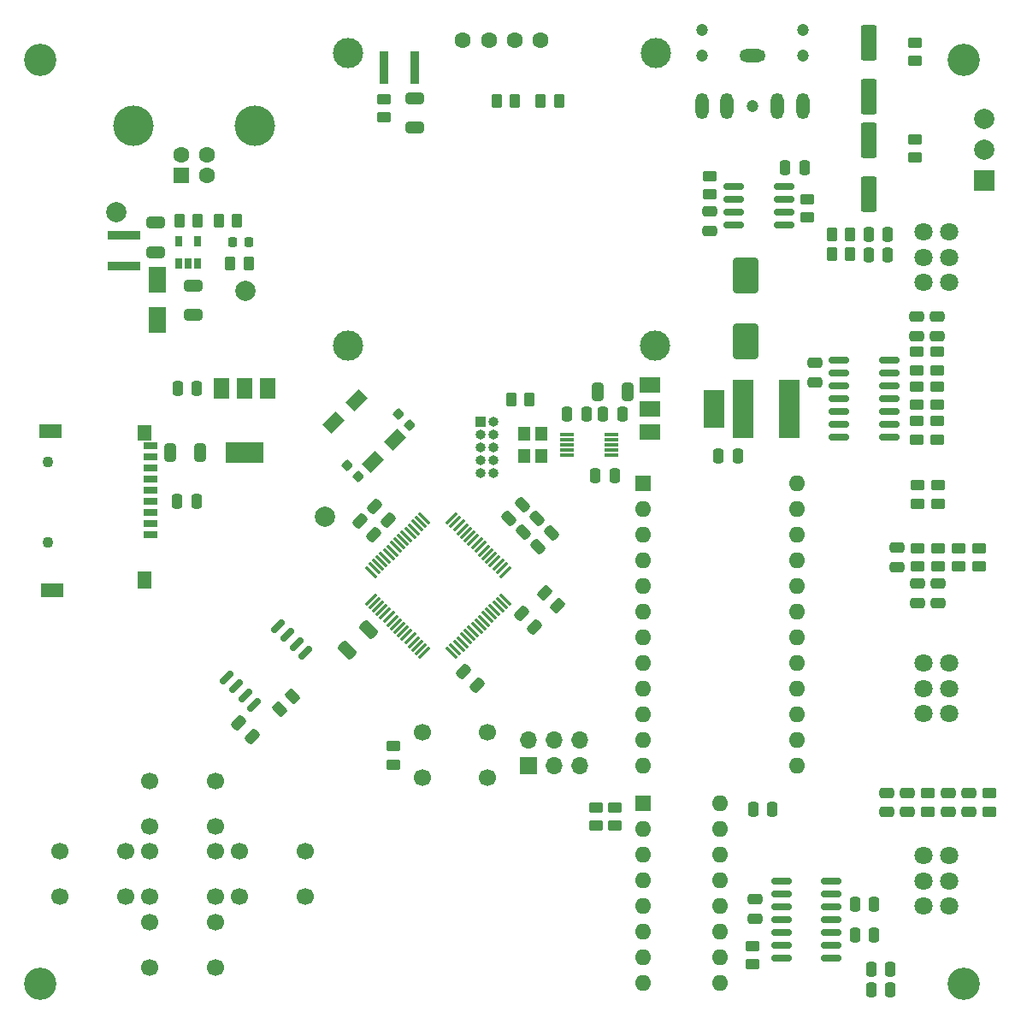
<source format=gts>
G04 #@! TF.GenerationSoftware,KiCad,Pcbnew,(6.0.1)*
G04 #@! TF.CreationDate,2022-02-24T15:47:44-08:00*
G04 #@! TF.ProjectId,MegaBlaster2,4d656761-426c-4617-9374-6572322e6b69,rev?*
G04 #@! TF.SameCoordinates,Original*
G04 #@! TF.FileFunction,Soldermask,Top*
G04 #@! TF.FilePolarity,Negative*
%FSLAX46Y46*%
G04 Gerber Fmt 4.6, Leading zero omitted, Abs format (unit mm)*
G04 Created by KiCad (PCBNEW (6.0.1)) date 2022-02-24 15:47:44*
%MOMM*%
%LPD*%
G01*
G04 APERTURE LIST*
G04 Aperture macros list*
%AMRoundRect*
0 Rectangle with rounded corners*
0 $1 Rounding radius*
0 $2 $3 $4 $5 $6 $7 $8 $9 X,Y pos of 4 corners*
0 Add a 4 corners polygon primitive as box body*
4,1,4,$2,$3,$4,$5,$6,$7,$8,$9,$2,$3,0*
0 Add four circle primitives for the rounded corners*
1,1,$1+$1,$2,$3*
1,1,$1+$1,$4,$5*
1,1,$1+$1,$6,$7*
1,1,$1+$1,$8,$9*
0 Add four rect primitives between the rounded corners*
20,1,$1+$1,$2,$3,$4,$5,0*
20,1,$1+$1,$4,$5,$6,$7,0*
20,1,$1+$1,$6,$7,$8,$9,0*
20,1,$1+$1,$8,$9,$2,$3,0*%
%AMRotRect*
0 Rectangle, with rotation*
0 The origin of the aperture is its center*
0 $1 length*
0 $2 width*
0 $3 Rotation angle, in degrees counterclockwise*
0 Add horizontal line*
21,1,$1,$2,0,0,$3*%
G04 Aperture macros list end*
%ADD10RoundRect,0.250000X-0.450000X0.262500X-0.450000X-0.262500X0.450000X-0.262500X0.450000X0.262500X0*%
%ADD11RoundRect,0.225000X0.335876X0.017678X0.017678X0.335876X-0.335876X-0.017678X-0.017678X-0.335876X0*%
%ADD12RoundRect,0.250000X0.159099X-0.512652X0.512652X-0.159099X-0.159099X0.512652X-0.512652X0.159099X0*%
%ADD13RoundRect,0.250000X-0.512652X-0.159099X-0.159099X-0.512652X0.512652X0.159099X0.159099X0.512652X0*%
%ADD14RoundRect,0.250000X0.512652X0.159099X0.159099X0.512652X-0.512652X-0.159099X-0.159099X-0.512652X0*%
%ADD15RoundRect,0.249999X-0.229810X0.689431X-0.689431X0.229810X0.229810X-0.689431X0.689431X-0.229810X0*%
%ADD16RoundRect,0.249999X-0.650001X0.325001X-0.650001X-0.325001X0.650001X-0.325001X0.650001X0.325001X0*%
%ADD17RoundRect,0.225000X0.225000X0.250000X-0.225000X0.250000X-0.225000X-0.250000X0.225000X-0.250000X0*%
%ADD18RoundRect,0.249999X0.650001X-0.325001X0.650001X0.325001X-0.650001X0.325001X-0.650001X-0.325001X0*%
%ADD19RoundRect,0.250000X0.250000X0.475000X-0.250000X0.475000X-0.250000X-0.475000X0.250000X-0.475000X0*%
%ADD20RoundRect,0.250000X-0.250000X-0.475000X0.250000X-0.475000X0.250000X0.475000X-0.250000X0.475000X0*%
%ADD21RoundRect,0.249999X0.325001X0.650001X-0.325001X0.650001X-0.325001X-0.650001X0.325001X-0.650001X0*%
%ADD22RoundRect,0.250000X1.000000X-1.500000X1.000000X1.500000X-1.000000X1.500000X-1.000000X-1.500000X0*%
%ADD23RoundRect,0.250000X-0.475000X0.250000X-0.475000X-0.250000X0.475000X-0.250000X0.475000X0.250000X0*%
%ADD24RoundRect,0.250000X0.550000X-1.500000X0.550000X1.500000X-0.550000X1.500000X-0.550000X-1.500000X0*%
%ADD25R,1.800000X2.500000*%
%ADD26C,3.000000*%
%ADD27C,1.600000*%
%ADD28C,4.000000*%
%ADD29R,1.600000X1.600000*%
%ADD30R,1.000000X1.000000*%
%ADD31O,1.000000X1.000000*%
%ADD32R,1.400000X1.800000*%
%ADD33C,1.100000*%
%ADD34R,1.400000X1.600000*%
%ADD35R,2.200000X1.400000*%
%ADD36R,1.400000X0.700000*%
%ADD37C,1.200000*%
%ADD38O,1.300000X2.600000*%
%ADD39O,2.600000X1.300000*%
%ADD40R,3.300000X0.950000*%
%ADD41R,0.950000X3.300000*%
%ADD42R,2.000000X5.800000*%
%ADD43RoundRect,0.249998X0.450002X-0.262502X0.450002X0.262502X-0.450002X0.262502X-0.450002X-0.262502X0*%
%ADD44RoundRect,0.249998X-0.262502X-0.450002X0.262502X-0.450002X0.262502X0.450002X-0.262502X0.450002X0*%
%ADD45RoundRect,0.249998X0.262502X0.450002X-0.262502X0.450002X-0.262502X-0.450002X0.262502X-0.450002X0*%
%ADD46RoundRect,0.249998X-0.450002X0.262502X-0.450002X-0.262502X0.450002X-0.262502X0.450002X0.262502X0*%
%ADD47RoundRect,0.249998X0.132583X-0.503816X0.503816X-0.132583X-0.132583X0.503816X-0.503816X0.132583X0*%
%ADD48C,1.700000*%
%ADD49C,2.000000*%
%ADD50RoundRect,0.075000X-0.521491X0.415425X0.415425X-0.521491X0.521491X-0.415425X-0.415425X0.521491X0*%
%ADD51RoundRect,0.075000X-0.521491X-0.415425X-0.415425X-0.521491X0.521491X0.415425X0.415425X0.521491X0*%
%ADD52R,0.650000X1.060000*%
%ADD53R,1.500000X2.000000*%
%ADD54R,3.800000X2.000000*%
%ADD55R,2.000000X1.500000*%
%ADD56R,2.000000X3.800000*%
%ADD57RoundRect,0.150000X0.353553X0.565685X-0.565685X-0.353553X-0.353553X-0.565685X0.565685X0.353553X0*%
%ADD58R,1.400000X0.300000*%
%ADD59RoundRect,0.150000X-0.825000X-0.150000X0.825000X-0.150000X0.825000X0.150000X-0.825000X0.150000X0*%
%ADD60RotRect,1.300000X1.900000X135.000000*%
%ADD61R,1.200000X1.400000*%
%ADD62C,3.200000*%
%ADD63R,2.000000X2.000000*%
%ADD64RoundRect,0.249998X-0.503816X-0.132583X-0.132583X-0.503816X0.503816X0.132583X0.132583X0.503816X0*%
%ADD65RoundRect,0.250000X0.450000X-0.262500X0.450000X0.262500X-0.450000X0.262500X-0.450000X-0.262500X0*%
%ADD66C,1.800000*%
%ADD67R,1.700000X1.700000*%
%ADD68O,1.700000X1.700000*%
%ADD69O,1.600000X1.600000*%
%ADD70RoundRect,0.250000X0.475000X-0.250000X0.475000X0.250000X-0.475000X0.250000X-0.475000X-0.250000X0*%
G04 APERTURE END LIST*
D10*
X175514000Y-118340500D03*
X175514000Y-120165500D03*
X181610000Y-118340500D03*
X181610000Y-120165500D03*
D11*
X124200000Y-81900000D03*
X123103984Y-80803984D03*
D12*
X134028249Y-91121751D03*
X135371751Y-89778249D03*
D11*
X119098008Y-86998008D03*
X118001992Y-85901992D03*
D13*
X135228249Y-100528249D03*
X136571751Y-101871751D03*
D14*
X122090000Y-91270000D03*
X120746498Y-89926498D03*
X120650000Y-92710000D03*
X119306498Y-91366498D03*
D13*
X129528249Y-106328249D03*
X130871751Y-107671751D03*
D15*
X120092983Y-102107017D03*
X118007017Y-104192983D03*
D16*
X99060000Y-61875000D03*
X99060000Y-64825000D03*
D12*
X135472249Y-92492751D03*
X136815751Y-91149249D03*
X136869249Y-93889751D03*
X138212751Y-92546249D03*
D17*
X108225000Y-63750000D03*
X106675000Y-63750000D03*
D18*
X102750000Y-71025000D03*
X102750000Y-68075000D03*
X124650000Y-52475000D03*
X124650000Y-49525000D03*
D19*
X103100000Y-78300000D03*
X101200000Y-78300000D03*
X145222000Y-80772000D03*
X143322000Y-80772000D03*
D20*
X139766000Y-80772000D03*
X141666000Y-80772000D03*
D13*
X107278249Y-111342249D03*
X108621751Y-112685751D03*
D21*
X103425000Y-84600000D03*
X100475000Y-84600000D03*
X145745000Y-78570000D03*
X142795000Y-78570000D03*
D20*
X142560000Y-86868000D03*
X144460000Y-86868000D03*
D22*
X157480000Y-73608000D03*
X157480000Y-67108000D03*
D19*
X103058000Y-89408000D03*
X101158000Y-89408000D03*
D23*
X153924000Y-60772000D03*
X153924000Y-62672000D03*
D20*
X161356000Y-56388000D03*
X163256000Y-56388000D03*
D24*
X169672000Y-49436000D03*
X169672000Y-44036000D03*
X169672000Y-59088000D03*
X169672000Y-53688000D03*
D25*
X99200000Y-71500000D03*
X99200000Y-67500000D03*
D26*
X148570000Y-45045000D03*
X148470000Y-74045000D03*
X118070000Y-74045000D03*
X118070000Y-45045000D03*
D27*
X129460000Y-43845000D03*
X132050000Y-43845000D03*
X134590000Y-43845000D03*
X137130000Y-43845000D03*
D28*
X108850000Y-52290000D03*
X96850000Y-52290000D03*
D29*
X101600000Y-57150000D03*
D27*
X104100000Y-57150000D03*
X104100000Y-55150000D03*
X101600000Y-55150000D03*
D30*
X131200000Y-81550000D03*
D31*
X132470000Y-81550000D03*
X131200000Y-82820000D03*
X132470000Y-82820000D03*
X131200000Y-84090000D03*
X132470000Y-84090000D03*
X131200000Y-85360000D03*
X132470000Y-85360000D03*
X131200000Y-86630000D03*
X132470000Y-86630000D03*
D32*
X97925000Y-97208000D03*
D33*
X88370000Y-93510000D03*
D34*
X97925000Y-82660000D03*
D35*
X88626000Y-82459000D03*
X88824000Y-98209000D03*
D33*
X88370000Y-85510000D03*
D36*
X98485000Y-92710000D03*
X98485000Y-91610000D03*
X98485000Y-90510000D03*
X98485000Y-89410000D03*
X98485000Y-88310000D03*
X98485000Y-87210000D03*
X98485000Y-86110000D03*
X98485000Y-85010000D03*
X98485000Y-83910000D03*
D37*
X158110000Y-50330000D03*
X153110000Y-42830000D03*
X163110000Y-42830000D03*
X153110000Y-45330000D03*
X163110000Y-45330000D03*
D38*
X155610000Y-50330000D03*
X160610000Y-50330000D03*
X163110000Y-50330000D03*
D39*
X158110000Y-45330000D03*
D38*
X153110000Y-50330000D03*
D40*
X95900000Y-66150000D03*
X95900000Y-63100000D03*
D41*
X124650000Y-46550000D03*
X121600000Y-46550000D03*
D42*
X161798000Y-80264000D03*
X157198000Y-80264000D03*
D43*
X122580000Y-115482500D03*
X122580000Y-113657500D03*
D44*
X134215500Y-79390000D03*
X136040500Y-79390000D03*
X101387500Y-61650000D03*
X103212500Y-61650000D03*
X105287500Y-61650000D03*
X107112500Y-61650000D03*
D45*
X108262500Y-65900000D03*
X106437500Y-65900000D03*
D44*
X132787500Y-49800000D03*
X134612500Y-49800000D03*
D45*
X138962500Y-49800000D03*
X137137500Y-49800000D03*
D46*
X121600000Y-49637500D03*
X121600000Y-51462500D03*
D47*
X111324765Y-109995235D03*
X112615235Y-108704765D03*
D45*
X167800501Y-64950000D03*
X165975501Y-64950000D03*
D46*
X153924000Y-57253500D03*
X153924000Y-59078500D03*
X163576000Y-59539500D03*
X163576000Y-61364500D03*
D44*
X165965500Y-62992000D03*
X167790500Y-62992000D03*
D43*
X174244000Y-45870500D03*
X174244000Y-44045500D03*
X174244000Y-55419000D03*
X174244000Y-53594000D03*
D48*
X125410000Y-112280000D03*
X131910000Y-112280000D03*
X125410000Y-116780000D03*
X131910000Y-116780000D03*
X89555000Y-124095000D03*
X96055000Y-124095000D03*
X89555000Y-128595000D03*
X96055000Y-128595000D03*
X98445000Y-131080000D03*
X104945000Y-131080000D03*
X98445000Y-135580000D03*
X104945000Y-135580000D03*
X107335000Y-124095000D03*
X113835000Y-124095000D03*
X107335000Y-128595000D03*
X113835000Y-128595000D03*
X98445000Y-117110000D03*
X104945000Y-117110000D03*
X98445000Y-121610000D03*
X104945000Y-121610000D03*
X98450000Y-124090000D03*
X104950000Y-124090000D03*
X98450000Y-128590000D03*
X104950000Y-128590000D03*
D49*
X115824000Y-90932000D03*
X107886500Y-68643500D03*
X95123000Y-60833000D03*
D50*
X125647658Y-91134357D03*
X125294105Y-91487911D03*
X124940551Y-91841464D03*
X124586998Y-92195018D03*
X124233445Y-92548571D03*
X123879891Y-92902124D03*
X123526338Y-93255678D03*
X123172785Y-93609231D03*
X122819231Y-93962785D03*
X122465678Y-94316338D03*
X122112124Y-94669891D03*
X121758571Y-95023445D03*
X121405018Y-95376998D03*
X121051464Y-95730551D03*
X120697911Y-96084105D03*
X120344357Y-96437658D03*
D51*
X120344357Y-99142342D03*
X120697911Y-99495895D03*
X121051464Y-99849449D03*
X121405018Y-100203002D03*
X121758571Y-100556555D03*
X122112124Y-100910109D03*
X122465678Y-101263662D03*
X122819231Y-101617215D03*
X123172785Y-101970769D03*
X123526338Y-102324322D03*
X123879891Y-102677876D03*
X124233445Y-103031429D03*
X124586998Y-103384982D03*
X124940551Y-103738536D03*
X125294105Y-104092089D03*
X125647658Y-104445643D03*
D50*
X128352342Y-104445643D03*
X128705895Y-104092089D03*
X129059449Y-103738536D03*
X129413002Y-103384982D03*
X129766555Y-103031429D03*
X130120109Y-102677876D03*
X130473662Y-102324322D03*
X130827215Y-101970769D03*
X131180769Y-101617215D03*
X131534322Y-101263662D03*
X131887876Y-100910109D03*
X132241429Y-100556555D03*
X132594982Y-100203002D03*
X132948536Y-99849449D03*
X133302089Y-99495895D03*
X133655643Y-99142342D03*
D51*
X133655643Y-96437658D03*
X133302089Y-96084105D03*
X132948536Y-95730551D03*
X132594982Y-95376998D03*
X132241429Y-95023445D03*
X131887876Y-94669891D03*
X131534322Y-94316338D03*
X131180769Y-93962785D03*
X130827215Y-93609231D03*
X130473662Y-93255678D03*
X130120109Y-92902124D03*
X129766555Y-92548571D03*
X129413002Y-92195018D03*
X129059449Y-91841464D03*
X128705895Y-91487911D03*
X128352342Y-91134357D03*
D52*
X101285000Y-65870000D03*
X102235000Y-65870000D03*
X103185000Y-65870000D03*
X103185000Y-63670000D03*
X101285000Y-63670000D03*
D53*
X110150000Y-78300000D03*
X107850000Y-78300000D03*
D54*
X107850000Y-84600000D03*
D53*
X105550000Y-78300000D03*
D55*
X147980000Y-77964000D03*
D56*
X154280000Y-80264000D03*
D55*
X147980000Y-80264000D03*
X147980000Y-82564000D03*
D57*
X113874623Y-104465454D03*
X112976597Y-103567428D03*
X112078572Y-102669403D03*
X111180546Y-101771377D03*
X106089377Y-106862546D03*
X106987403Y-107760572D03*
X107885428Y-108658597D03*
X108783454Y-109556623D03*
D58*
X139786000Y-82850000D03*
X139786000Y-83350000D03*
X139786000Y-83850000D03*
X139786000Y-84350000D03*
X139786000Y-84850000D03*
X144186000Y-84850000D03*
X144186000Y-84350000D03*
X144186000Y-83850000D03*
X144186000Y-83350000D03*
X144186000Y-82850000D03*
D59*
X156275000Y-58293000D03*
X156275000Y-59563000D03*
X156275000Y-60833000D03*
X156275000Y-62103000D03*
X161225000Y-62103000D03*
X161225000Y-60833000D03*
X161225000Y-59563000D03*
X161225000Y-58293000D03*
D60*
X122775914Y-83313173D03*
X118886827Y-79424086D03*
X116624086Y-81686827D03*
X120513173Y-85575914D03*
D61*
X135548000Y-82720000D03*
X135548000Y-84920000D03*
X137248000Y-84920000D03*
X137248000Y-82720000D03*
D62*
X87630000Y-45720000D03*
X179070000Y-45720000D03*
X87630000Y-137160000D03*
X179070000Y-137160000D03*
D63*
X181102000Y-57658000D03*
D64*
X137530765Y-98478265D03*
X138821235Y-99768735D03*
D23*
X172466000Y-94046000D03*
X172466000Y-95946000D03*
D59*
X160974000Y-127000000D03*
X160974000Y-128270000D03*
X160974000Y-129540000D03*
X160974000Y-130810000D03*
X160974000Y-132080000D03*
X160974000Y-133350000D03*
X160974000Y-134620000D03*
X165924000Y-134620000D03*
X165924000Y-133350000D03*
X165924000Y-132080000D03*
X165924000Y-130810000D03*
X165924000Y-129540000D03*
X165924000Y-128270000D03*
X165924000Y-127000000D03*
D23*
X173482000Y-118303000D03*
X173482000Y-120203000D03*
D65*
X174498000Y-89685500D03*
X174498000Y-87860500D03*
D10*
X176530000Y-94083500D03*
X176530000Y-95908500D03*
D65*
X176403000Y-83335500D03*
X176403000Y-81510500D03*
D10*
X176403000Y-74652500D03*
X176403000Y-76477500D03*
D65*
X176403000Y-79906500D03*
X176403000Y-78081500D03*
D23*
X174371000Y-71186000D03*
X174371000Y-73086000D03*
X164338000Y-75758000D03*
X164338000Y-77658000D03*
D66*
X177593000Y-67778000D03*
X177593000Y-65278000D03*
X177593000Y-62778000D03*
X175093000Y-67778000D03*
X175093000Y-65278000D03*
X175093000Y-62778000D03*
X177595001Y-129500000D03*
X177595001Y-127000000D03*
X177595001Y-124500000D03*
X175095001Y-129500000D03*
X175095001Y-127000000D03*
X175095001Y-124500000D03*
D19*
X171765000Y-135763000D03*
X169865000Y-135763000D03*
D66*
X177595001Y-110450000D03*
X177595001Y-107950000D03*
X177595001Y-105450000D03*
X175095001Y-110450000D03*
X175095001Y-107950000D03*
X175095001Y-105450000D03*
D23*
X176530000Y-97602000D03*
X176530000Y-99502000D03*
D67*
X135905000Y-115575000D03*
D68*
X135905000Y-113035000D03*
X138445000Y-115575000D03*
X138445000Y-113035000D03*
X140985000Y-115575000D03*
X140985000Y-113035000D03*
D23*
X174498000Y-97602000D03*
X174498000Y-99502000D03*
D10*
X180594000Y-94083500D03*
X180594000Y-95908500D03*
X178562000Y-94083500D03*
X178562000Y-95908500D03*
D65*
X174371000Y-79906500D03*
X174371000Y-78081500D03*
X174371000Y-83335500D03*
X174371000Y-81510500D03*
D10*
X158115000Y-133453500D03*
X158115000Y-135278500D03*
D59*
X166689000Y-75438000D03*
X166689000Y-76708000D03*
X166689000Y-77978000D03*
X166689000Y-79248000D03*
X166689000Y-80518000D03*
X166689000Y-81788000D03*
X166689000Y-83058000D03*
X171639000Y-83058000D03*
X171639000Y-81788000D03*
X171639000Y-80518000D03*
X171639000Y-79248000D03*
X171639000Y-77978000D03*
X171639000Y-76708000D03*
X171639000Y-75438000D03*
D23*
X176403000Y-71186000D03*
X176403000Y-73086000D03*
X171450000Y-118303000D03*
X171450000Y-120203000D03*
D20*
X168275000Y-132334000D03*
X170175000Y-132334000D03*
X158181000Y-119888000D03*
X160081000Y-119888000D03*
D10*
X142621000Y-119737500D03*
X142621000Y-121562500D03*
D20*
X168275000Y-129286000D03*
X170175000Y-129286000D03*
D19*
X156652000Y-84963000D03*
X154752000Y-84963000D03*
D49*
X181102000Y-51610000D03*
D65*
X176530000Y-89685500D03*
X176530000Y-87860500D03*
D20*
X169611000Y-65024000D03*
X171511000Y-65024000D03*
D29*
X147315000Y-87625000D03*
D69*
X147315000Y-90165000D03*
X147315000Y-92705000D03*
X147315000Y-95245000D03*
X147315000Y-97785000D03*
X147315000Y-100325000D03*
X147315000Y-102865000D03*
X147315000Y-105405000D03*
X147315000Y-107945000D03*
X147315000Y-110485000D03*
X147315000Y-113025000D03*
X147315000Y-115565000D03*
X162555000Y-115565000D03*
X162555000Y-113025000D03*
X162555000Y-110485000D03*
X162555000Y-107945000D03*
X162555000Y-105405000D03*
X162555000Y-102865000D03*
X162555000Y-100325000D03*
X162555000Y-97785000D03*
X162555000Y-95245000D03*
X162555000Y-92705000D03*
X162555000Y-90165000D03*
X162555000Y-87625000D03*
D23*
X179578000Y-118303000D03*
X179578000Y-120203000D03*
D10*
X144526000Y-119737500D03*
X144526000Y-121562500D03*
X174498000Y-94083500D03*
X174498000Y-95908500D03*
D23*
X177546000Y-118303000D03*
X177546000Y-120203000D03*
D10*
X174371000Y-74652500D03*
X174371000Y-76477500D03*
D70*
X158369000Y-130744000D03*
X158369000Y-128844000D03*
D20*
X169611000Y-62992000D03*
X171511000Y-62992000D03*
D19*
X171765000Y-137795000D03*
X169865000Y-137795000D03*
D49*
X181102000Y-54658000D03*
D29*
X147330000Y-119370000D03*
D69*
X147330000Y-121910000D03*
X147330000Y-124450000D03*
X147330000Y-126990000D03*
X147330000Y-129530000D03*
X147330000Y-132070000D03*
X147330000Y-134610000D03*
X147330000Y-137150000D03*
X154950000Y-137150000D03*
X154950000Y-134610000D03*
X154950000Y-132070000D03*
X154950000Y-129530000D03*
X154950000Y-126990000D03*
X154950000Y-124450000D03*
X154950000Y-121910000D03*
X154950000Y-119370000D03*
M02*

</source>
